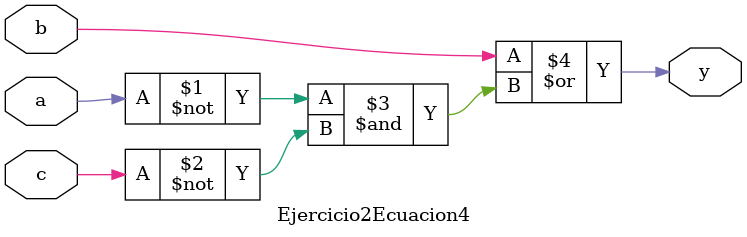
<source format=v>
module Ejercicio1Tabla1 (input wire a,b,c, output wire y);
    //structural
    wire notA,notB,notC;
    wire w1,w2,w3;
    // negaciones
    not N1(notA,a);
    not N2(notB,b);
    not N3(notC,c);
    // multiplicaciones
    and A1(w1,notA,notC);
    and A2(w2,a,notB);
    and A3(w3,a,c);
    // suma
    or O1(y,w1,w2,w3);
endmodule
//ejercicio 1.2
module Ejercicio1Tabla2(input wire a,b,c,output wire y);
    //structural
    not N1(y,b);
    
endmodule
//ejercicio 1.3
module Ejercicio1Tabla3(input wire a,b,c,d, output wire y);
    wire notA, notB,notC,notD;
    wire w1,w2,w3,w4,w5,w6,w7,w8;
    // structural
    //complemento
    not N1(notA,a);
    not N2(notB,b);
    not N3(notC,c);
    not N4(notD,d);
    //multiplicaciones
    and A1(w1,notA,notB,notC,notD);
    and A2(w2,a,b,notC,notD);
    and A3(w3,notA,b,notC,d);
    and A4(w4,a,notB,notC,d);
    and A5(w5,notA,notB,c,d);
    and A6(w6,a,b,c,d);
    and A7(w7,notA,b,c,notD);
    and A8(w8,a,notB,c,notD);
    // suma
    or O1(y,w1,w2,w3,w4,w5,w6,w7,w8);
endmodule
//ejercicio 1.4
module Ejercicio1Tabla4(input wire a,b,c,d, output wire y);
    wire notC,notD;

    wire w1,w2,w3;
    //complemento
    not N1(notC,c);
    not N2(notD,d);
    //multiplicaciones
    and A1(w1,a,c);
    and A2(w2,a,b);
    and A3(w3,a,notC,notD);
    // suma
    or O1(y,w1,w2,w3);
endmodule
//ejercicio 2.1
module  Ejercicio2Ecuacion1(input wire a,b,c,d,output wire y);
    wire w1,w2,w3,w4;
    assign w1 = a & ~c;
    assign w2 = a & ~b;
    assign w3 = a & ~d;
    assign w4 = ~b & ~c & ~d;
    assign y = w1 | w2 | w3 | w4 ;
endmodule
//ejercicio 2.2
module Ejercicio2Ecuacion2(input wire a,b,c, output wire y);
    assign y = ~b | c;
endmodule
//ejercicio 2.3 
module Ejercicio2Ecuacion3(input wire a,b,c,d, output wire y);
    wire w1,w2;
    assign w1 = ~c & d;
    assign w2 = a & d;
    assign y = b | w1 | w2;
endmodule

//ejercicio 2.4
module Ejercicio2Ecuacion4 (input wire a,b,c, output wire y);
    assign y= b | (~a & ~c);
endmodule
</source>
